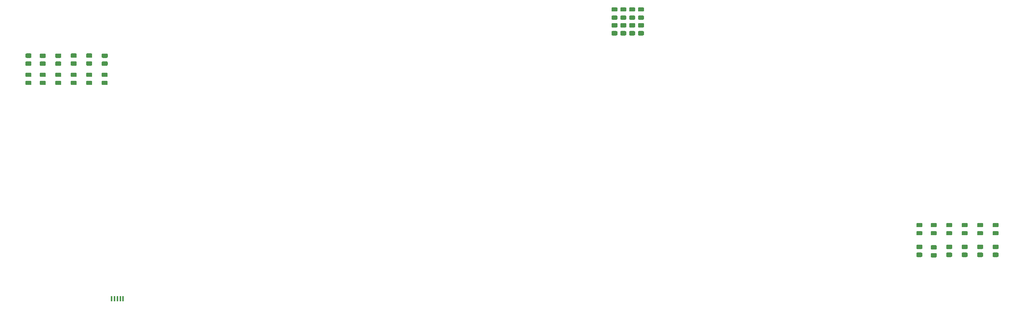
<source format=gbr>
%TF.GenerationSoftware,KiCad,Pcbnew,(5.1.10-1-10_14)*%
%TF.CreationDate,2021-08-24T01:17:35-04:00*%
%TF.ProjectId,breadboard-prototype-register,62726561-6462-46f6-9172-642d70726f74,rev?*%
%TF.SameCoordinates,Original*%
%TF.FileFunction,Paste,Top*%
%TF.FilePolarity,Positive*%
%FSLAX46Y46*%
G04 Gerber Fmt 4.6, Leading zero omitted, Abs format (unit mm)*
G04 Created by KiCad (PCBNEW (5.1.10-1-10_14)) date 2021-08-24 01:17:35*
%MOMM*%
%LPD*%
G01*
G04 APERTURE LIST*
%ADD10R,0.450000X1.300000*%
G04 APERTURE END LIST*
%TO.C,R16*%
G36*
G01*
X179381999Y-69234000D02*
X180282001Y-69234000D01*
G75*
G02*
X180532000Y-69483999I0J-249999D01*
G01*
X180532000Y-70009001D01*
G75*
G02*
X180282001Y-70259000I-249999J0D01*
G01*
X179381999Y-70259000D01*
G75*
G02*
X179132000Y-70009001I0J249999D01*
G01*
X179132000Y-69483999D01*
G75*
G02*
X179381999Y-69234000I249999J0D01*
G01*
G37*
G36*
G01*
X179381999Y-67409000D02*
X180282001Y-67409000D01*
G75*
G02*
X180532000Y-67658999I0J-249999D01*
G01*
X180532000Y-68184001D01*
G75*
G02*
X180282001Y-68434000I-249999J0D01*
G01*
X179381999Y-68434000D01*
G75*
G02*
X179132000Y-68184001I0J249999D01*
G01*
X179132000Y-67658999D01*
G75*
G02*
X179381999Y-67409000I249999J0D01*
G01*
G37*
%TD*%
%TO.C,R15*%
G36*
G01*
X177349999Y-69234000D02*
X178250001Y-69234000D01*
G75*
G02*
X178500000Y-69483999I0J-249999D01*
G01*
X178500000Y-70009001D01*
G75*
G02*
X178250001Y-70259000I-249999J0D01*
G01*
X177349999Y-70259000D01*
G75*
G02*
X177100000Y-70009001I0J249999D01*
G01*
X177100000Y-69483999D01*
G75*
G02*
X177349999Y-69234000I249999J0D01*
G01*
G37*
G36*
G01*
X177349999Y-67409000D02*
X178250001Y-67409000D01*
G75*
G02*
X178500000Y-67658999I0J-249999D01*
G01*
X178500000Y-68184001D01*
G75*
G02*
X178250001Y-68434000I-249999J0D01*
G01*
X177349999Y-68434000D01*
G75*
G02*
X177100000Y-68184001I0J249999D01*
G01*
X177100000Y-67658999D01*
G75*
G02*
X177349999Y-67409000I249999J0D01*
G01*
G37*
%TD*%
%TO.C,R8*%
G36*
G01*
X175317999Y-69234000D02*
X176218001Y-69234000D01*
G75*
G02*
X176468000Y-69483999I0J-249999D01*
G01*
X176468000Y-70009001D01*
G75*
G02*
X176218001Y-70259000I-249999J0D01*
G01*
X175317999Y-70259000D01*
G75*
G02*
X175068000Y-70009001I0J249999D01*
G01*
X175068000Y-69483999D01*
G75*
G02*
X175317999Y-69234000I249999J0D01*
G01*
G37*
G36*
G01*
X175317999Y-67409000D02*
X176218001Y-67409000D01*
G75*
G02*
X176468000Y-67658999I0J-249999D01*
G01*
X176468000Y-68184001D01*
G75*
G02*
X176218001Y-68434000I-249999J0D01*
G01*
X175317999Y-68434000D01*
G75*
G02*
X175068000Y-68184001I0J249999D01*
G01*
X175068000Y-67658999D01*
G75*
G02*
X175317999Y-67409000I249999J0D01*
G01*
G37*
%TD*%
%TO.C,R7*%
G36*
G01*
X173285999Y-69234000D02*
X174186001Y-69234000D01*
G75*
G02*
X174436000Y-69483999I0J-249999D01*
G01*
X174436000Y-70009001D01*
G75*
G02*
X174186001Y-70259000I-249999J0D01*
G01*
X173285999Y-70259000D01*
G75*
G02*
X173036000Y-70009001I0J249999D01*
G01*
X173036000Y-69483999D01*
G75*
G02*
X173285999Y-69234000I249999J0D01*
G01*
G37*
G36*
G01*
X173285999Y-67409000D02*
X174186001Y-67409000D01*
G75*
G02*
X174436000Y-67658999I0J-249999D01*
G01*
X174436000Y-68184001D01*
G75*
G02*
X174186001Y-68434000I-249999J0D01*
G01*
X173285999Y-68434000D01*
G75*
G02*
X173036000Y-68184001I0J249999D01*
G01*
X173036000Y-67658999D01*
G75*
G02*
X173285999Y-67409000I249999J0D01*
G01*
G37*
%TD*%
%TO.C,D16*%
G36*
G01*
X180288250Y-64749500D02*
X179375750Y-64749500D01*
G75*
G02*
X179132000Y-64505750I0J243750D01*
G01*
X179132000Y-64018250D01*
G75*
G02*
X179375750Y-63774500I243750J0D01*
G01*
X180288250Y-63774500D01*
G75*
G02*
X180532000Y-64018250I0J-243750D01*
G01*
X180532000Y-64505750D01*
G75*
G02*
X180288250Y-64749500I-243750J0D01*
G01*
G37*
G36*
G01*
X180288250Y-66624500D02*
X179375750Y-66624500D01*
G75*
G02*
X179132000Y-66380750I0J243750D01*
G01*
X179132000Y-65893250D01*
G75*
G02*
X179375750Y-65649500I243750J0D01*
G01*
X180288250Y-65649500D01*
G75*
G02*
X180532000Y-65893250I0J-243750D01*
G01*
X180532000Y-66380750D01*
G75*
G02*
X180288250Y-66624500I-243750J0D01*
G01*
G37*
%TD*%
%TO.C,D15*%
G36*
G01*
X178256250Y-64749500D02*
X177343750Y-64749500D01*
G75*
G02*
X177100000Y-64505750I0J243750D01*
G01*
X177100000Y-64018250D01*
G75*
G02*
X177343750Y-63774500I243750J0D01*
G01*
X178256250Y-63774500D01*
G75*
G02*
X178500000Y-64018250I0J-243750D01*
G01*
X178500000Y-64505750D01*
G75*
G02*
X178256250Y-64749500I-243750J0D01*
G01*
G37*
G36*
G01*
X178256250Y-66624500D02*
X177343750Y-66624500D01*
G75*
G02*
X177100000Y-66380750I0J243750D01*
G01*
X177100000Y-65893250D01*
G75*
G02*
X177343750Y-65649500I243750J0D01*
G01*
X178256250Y-65649500D01*
G75*
G02*
X178500000Y-65893250I0J-243750D01*
G01*
X178500000Y-66380750D01*
G75*
G02*
X178256250Y-66624500I-243750J0D01*
G01*
G37*
%TD*%
%TO.C,D14*%
G36*
G01*
X176224250Y-64749500D02*
X175311750Y-64749500D01*
G75*
G02*
X175068000Y-64505750I0J243750D01*
G01*
X175068000Y-64018250D01*
G75*
G02*
X175311750Y-63774500I243750J0D01*
G01*
X176224250Y-63774500D01*
G75*
G02*
X176468000Y-64018250I0J-243750D01*
G01*
X176468000Y-64505750D01*
G75*
G02*
X176224250Y-64749500I-243750J0D01*
G01*
G37*
G36*
G01*
X176224250Y-66624500D02*
X175311750Y-66624500D01*
G75*
G02*
X175068000Y-66380750I0J243750D01*
G01*
X175068000Y-65893250D01*
G75*
G02*
X175311750Y-65649500I243750J0D01*
G01*
X176224250Y-65649500D01*
G75*
G02*
X176468000Y-65893250I0J-243750D01*
G01*
X176468000Y-66380750D01*
G75*
G02*
X176224250Y-66624500I-243750J0D01*
G01*
G37*
%TD*%
%TO.C,D13*%
G36*
G01*
X174192250Y-64749500D02*
X173279750Y-64749500D01*
G75*
G02*
X173036000Y-64505750I0J243750D01*
G01*
X173036000Y-64018250D01*
G75*
G02*
X173279750Y-63774500I243750J0D01*
G01*
X174192250Y-63774500D01*
G75*
G02*
X174436000Y-64018250I0J-243750D01*
G01*
X174436000Y-64505750D01*
G75*
G02*
X174192250Y-64749500I-243750J0D01*
G01*
G37*
G36*
G01*
X174192250Y-66624500D02*
X173279750Y-66624500D01*
G75*
G02*
X173036000Y-66380750I0J243750D01*
G01*
X173036000Y-65893250D01*
G75*
G02*
X173279750Y-65649500I243750J0D01*
G01*
X174192250Y-65649500D01*
G75*
G02*
X174436000Y-65893250I0J-243750D01*
G01*
X174436000Y-66380750D01*
G75*
G02*
X174192250Y-66624500I-243750J0D01*
G01*
G37*
%TD*%
D10*
%TO.C,J4*%
X58136000Y-130942000D03*
X58786000Y-130942000D03*
X59436000Y-130942000D03*
X60086000Y-130942000D03*
X60736000Y-130942000D03*
%TD*%
%TO.C,D1*%
G36*
G01*
X38515750Y-78831000D02*
X39428250Y-78831000D01*
G75*
G02*
X39672000Y-79074750I0J-243750D01*
G01*
X39672000Y-79562250D01*
G75*
G02*
X39428250Y-79806000I-243750J0D01*
G01*
X38515750Y-79806000D01*
G75*
G02*
X38272000Y-79562250I0J243750D01*
G01*
X38272000Y-79074750D01*
G75*
G02*
X38515750Y-78831000I243750J0D01*
G01*
G37*
G36*
G01*
X38515750Y-80706000D02*
X39428250Y-80706000D01*
G75*
G02*
X39672000Y-80949750I0J-243750D01*
G01*
X39672000Y-81437250D01*
G75*
G02*
X39428250Y-81681000I-243750J0D01*
G01*
X38515750Y-81681000D01*
G75*
G02*
X38272000Y-81437250I0J243750D01*
G01*
X38272000Y-80949750D01*
G75*
G02*
X38515750Y-80706000I243750J0D01*
G01*
G37*
%TD*%
%TO.C,D2*%
G36*
G01*
X41817750Y-78831000D02*
X42730250Y-78831000D01*
G75*
G02*
X42974000Y-79074750I0J-243750D01*
G01*
X42974000Y-79562250D01*
G75*
G02*
X42730250Y-79806000I-243750J0D01*
G01*
X41817750Y-79806000D01*
G75*
G02*
X41574000Y-79562250I0J243750D01*
G01*
X41574000Y-79074750D01*
G75*
G02*
X41817750Y-78831000I243750J0D01*
G01*
G37*
G36*
G01*
X41817750Y-80706000D02*
X42730250Y-80706000D01*
G75*
G02*
X42974000Y-80949750I0J-243750D01*
G01*
X42974000Y-81437250D01*
G75*
G02*
X42730250Y-81681000I-243750J0D01*
G01*
X41817750Y-81681000D01*
G75*
G02*
X41574000Y-81437250I0J243750D01*
G01*
X41574000Y-80949750D01*
G75*
G02*
X41817750Y-80706000I243750J0D01*
G01*
G37*
%TD*%
%TO.C,D3*%
G36*
G01*
X45373750Y-78831000D02*
X46286250Y-78831000D01*
G75*
G02*
X46530000Y-79074750I0J-243750D01*
G01*
X46530000Y-79562250D01*
G75*
G02*
X46286250Y-79806000I-243750J0D01*
G01*
X45373750Y-79806000D01*
G75*
G02*
X45130000Y-79562250I0J243750D01*
G01*
X45130000Y-79074750D01*
G75*
G02*
X45373750Y-78831000I243750J0D01*
G01*
G37*
G36*
G01*
X45373750Y-80706000D02*
X46286250Y-80706000D01*
G75*
G02*
X46530000Y-80949750I0J-243750D01*
G01*
X46530000Y-81437250D01*
G75*
G02*
X46286250Y-81681000I-243750J0D01*
G01*
X45373750Y-81681000D01*
G75*
G02*
X45130000Y-81437250I0J243750D01*
G01*
X45130000Y-80949750D01*
G75*
G02*
X45373750Y-80706000I243750J0D01*
G01*
G37*
%TD*%
%TO.C,D4*%
G36*
G01*
X48929750Y-78831000D02*
X49842250Y-78831000D01*
G75*
G02*
X50086000Y-79074750I0J-243750D01*
G01*
X50086000Y-79562250D01*
G75*
G02*
X49842250Y-79806000I-243750J0D01*
G01*
X48929750Y-79806000D01*
G75*
G02*
X48686000Y-79562250I0J243750D01*
G01*
X48686000Y-79074750D01*
G75*
G02*
X48929750Y-78831000I243750J0D01*
G01*
G37*
G36*
G01*
X48929750Y-80706000D02*
X49842250Y-80706000D01*
G75*
G02*
X50086000Y-80949750I0J-243750D01*
G01*
X50086000Y-81437250D01*
G75*
G02*
X49842250Y-81681000I-243750J0D01*
G01*
X48929750Y-81681000D01*
G75*
G02*
X48686000Y-81437250I0J243750D01*
G01*
X48686000Y-80949750D01*
G75*
G02*
X48929750Y-80706000I243750J0D01*
G01*
G37*
%TD*%
%TO.C,D5*%
G36*
G01*
X52485750Y-78831000D02*
X53398250Y-78831000D01*
G75*
G02*
X53642000Y-79074750I0J-243750D01*
G01*
X53642000Y-79562250D01*
G75*
G02*
X53398250Y-79806000I-243750J0D01*
G01*
X52485750Y-79806000D01*
G75*
G02*
X52242000Y-79562250I0J243750D01*
G01*
X52242000Y-79074750D01*
G75*
G02*
X52485750Y-78831000I243750J0D01*
G01*
G37*
G36*
G01*
X52485750Y-80706000D02*
X53398250Y-80706000D01*
G75*
G02*
X53642000Y-80949750I0J-243750D01*
G01*
X53642000Y-81437250D01*
G75*
G02*
X53398250Y-81681000I-243750J0D01*
G01*
X52485750Y-81681000D01*
G75*
G02*
X52242000Y-81437250I0J243750D01*
G01*
X52242000Y-80949750D01*
G75*
G02*
X52485750Y-80706000I243750J0D01*
G01*
G37*
%TD*%
%TO.C,D6*%
G36*
G01*
X56041750Y-78831000D02*
X56954250Y-78831000D01*
G75*
G02*
X57198000Y-79074750I0J-243750D01*
G01*
X57198000Y-79562250D01*
G75*
G02*
X56954250Y-79806000I-243750J0D01*
G01*
X56041750Y-79806000D01*
G75*
G02*
X55798000Y-79562250I0J243750D01*
G01*
X55798000Y-79074750D01*
G75*
G02*
X56041750Y-78831000I243750J0D01*
G01*
G37*
G36*
G01*
X56041750Y-80706000D02*
X56954250Y-80706000D01*
G75*
G02*
X57198000Y-80949750I0J-243750D01*
G01*
X57198000Y-81437250D01*
G75*
G02*
X56954250Y-81681000I-243750J0D01*
G01*
X56041750Y-81681000D01*
G75*
G02*
X55798000Y-81437250I0J243750D01*
G01*
X55798000Y-80949750D01*
G75*
G02*
X56041750Y-80706000I243750J0D01*
G01*
G37*
%TD*%
%TO.C,R1*%
G36*
G01*
X39422002Y-77249000D02*
X38521998Y-77249000D01*
G75*
G02*
X38272000Y-76999002I0J249998D01*
G01*
X38272000Y-76473998D01*
G75*
G02*
X38521998Y-76224000I249998J0D01*
G01*
X39422002Y-76224000D01*
G75*
G02*
X39672000Y-76473998I0J-249998D01*
G01*
X39672000Y-76999002D01*
G75*
G02*
X39422002Y-77249000I-249998J0D01*
G01*
G37*
G36*
G01*
X39422002Y-75424000D02*
X38521998Y-75424000D01*
G75*
G02*
X38272000Y-75174002I0J249998D01*
G01*
X38272000Y-74648998D01*
G75*
G02*
X38521998Y-74399000I249998J0D01*
G01*
X39422002Y-74399000D01*
G75*
G02*
X39672000Y-74648998I0J-249998D01*
G01*
X39672000Y-75174002D01*
G75*
G02*
X39422002Y-75424000I-249998J0D01*
G01*
G37*
%TD*%
%TO.C,R2*%
G36*
G01*
X42716002Y-77269000D02*
X41815998Y-77269000D01*
G75*
G02*
X41566000Y-77019002I0J249998D01*
G01*
X41566000Y-76493998D01*
G75*
G02*
X41815998Y-76244000I249998J0D01*
G01*
X42716002Y-76244000D01*
G75*
G02*
X42966000Y-76493998I0J-249998D01*
G01*
X42966000Y-77019002D01*
G75*
G02*
X42716002Y-77269000I-249998J0D01*
G01*
G37*
G36*
G01*
X42716002Y-75444000D02*
X41815998Y-75444000D01*
G75*
G02*
X41566000Y-75194002I0J249998D01*
G01*
X41566000Y-74668998D01*
G75*
G02*
X41815998Y-74419000I249998J0D01*
G01*
X42716002Y-74419000D01*
G75*
G02*
X42966000Y-74668998I0J-249998D01*
G01*
X42966000Y-75194002D01*
G75*
G02*
X42716002Y-75444000I-249998J0D01*
G01*
G37*
%TD*%
%TO.C,R3*%
G36*
G01*
X46280002Y-77259500D02*
X45379998Y-77259500D01*
G75*
G02*
X45130000Y-77009502I0J249998D01*
G01*
X45130000Y-76484498D01*
G75*
G02*
X45379998Y-76234500I249998J0D01*
G01*
X46280002Y-76234500D01*
G75*
G02*
X46530000Y-76484498I0J-249998D01*
G01*
X46530000Y-77009502D01*
G75*
G02*
X46280002Y-77259500I-249998J0D01*
G01*
G37*
G36*
G01*
X46280002Y-75434500D02*
X45379998Y-75434500D01*
G75*
G02*
X45130000Y-75184502I0J249998D01*
G01*
X45130000Y-74659498D01*
G75*
G02*
X45379998Y-74409500I249998J0D01*
G01*
X46280002Y-74409500D01*
G75*
G02*
X46530000Y-74659498I0J-249998D01*
G01*
X46530000Y-75184502D01*
G75*
G02*
X46280002Y-75434500I-249998J0D01*
G01*
G37*
%TD*%
%TO.C,R4*%
G36*
G01*
X49836002Y-77239000D02*
X48935998Y-77239000D01*
G75*
G02*
X48686000Y-76989002I0J249998D01*
G01*
X48686000Y-76463998D01*
G75*
G02*
X48935998Y-76214000I249998J0D01*
G01*
X49836002Y-76214000D01*
G75*
G02*
X50086000Y-76463998I0J-249998D01*
G01*
X50086000Y-76989002D01*
G75*
G02*
X49836002Y-77239000I-249998J0D01*
G01*
G37*
G36*
G01*
X49836002Y-75414000D02*
X48935998Y-75414000D01*
G75*
G02*
X48686000Y-75164002I0J249998D01*
G01*
X48686000Y-74638998D01*
G75*
G02*
X48935998Y-74389000I249998J0D01*
G01*
X49836002Y-74389000D01*
G75*
G02*
X50086000Y-74638998I0J-249998D01*
G01*
X50086000Y-75164002D01*
G75*
G02*
X49836002Y-75414000I-249998J0D01*
G01*
G37*
%TD*%
%TO.C,R5*%
G36*
G01*
X53396002Y-77229000D02*
X52495998Y-77229000D01*
G75*
G02*
X52246000Y-76979002I0J249998D01*
G01*
X52246000Y-76453998D01*
G75*
G02*
X52495998Y-76204000I249998J0D01*
G01*
X53396002Y-76204000D01*
G75*
G02*
X53646000Y-76453998I0J-249998D01*
G01*
X53646000Y-76979002D01*
G75*
G02*
X53396002Y-77229000I-249998J0D01*
G01*
G37*
G36*
G01*
X53396002Y-75404000D02*
X52495998Y-75404000D01*
G75*
G02*
X52246000Y-75154002I0J249998D01*
G01*
X52246000Y-74628998D01*
G75*
G02*
X52495998Y-74379000I249998J0D01*
G01*
X53396002Y-74379000D01*
G75*
G02*
X53646000Y-74628998I0J-249998D01*
G01*
X53646000Y-75154002D01*
G75*
G02*
X53396002Y-75404000I-249998J0D01*
G01*
G37*
%TD*%
%TO.C,R6*%
G36*
G01*
X56956002Y-77256500D02*
X56055998Y-77256500D01*
G75*
G02*
X55806000Y-77006502I0J249998D01*
G01*
X55806000Y-76481498D01*
G75*
G02*
X56055998Y-76231500I249998J0D01*
G01*
X56956002Y-76231500D01*
G75*
G02*
X57206000Y-76481498I0J-249998D01*
G01*
X57206000Y-77006502D01*
G75*
G02*
X56956002Y-77256500I-249998J0D01*
G01*
G37*
G36*
G01*
X56956002Y-75431500D02*
X56055998Y-75431500D01*
G75*
G02*
X55806000Y-75181502I0J249998D01*
G01*
X55806000Y-74656498D01*
G75*
G02*
X56055998Y-74406500I249998J0D01*
G01*
X56956002Y-74406500D01*
G75*
G02*
X57206000Y-74656498I0J-249998D01*
G01*
X57206000Y-75181502D01*
G75*
G02*
X56956002Y-75431500I-249998J0D01*
G01*
G37*
%TD*%
%TO.C,D7*%
G36*
G01*
X244296250Y-116311500D02*
X243383750Y-116311500D01*
G75*
G02*
X243140000Y-116067750I0J243750D01*
G01*
X243140000Y-115580250D01*
G75*
G02*
X243383750Y-115336500I243750J0D01*
G01*
X244296250Y-115336500D01*
G75*
G02*
X244540000Y-115580250I0J-243750D01*
G01*
X244540000Y-116067750D01*
G75*
G02*
X244296250Y-116311500I-243750J0D01*
G01*
G37*
G36*
G01*
X244296250Y-114436500D02*
X243383750Y-114436500D01*
G75*
G02*
X243140000Y-114192750I0J243750D01*
G01*
X243140000Y-113705250D01*
G75*
G02*
X243383750Y-113461500I243750J0D01*
G01*
X244296250Y-113461500D01*
G75*
G02*
X244540000Y-113705250I0J-243750D01*
G01*
X244540000Y-114192750D01*
G75*
G02*
X244296250Y-114436500I-243750J0D01*
G01*
G37*
%TD*%
%TO.C,D8*%
G36*
G01*
X247598250Y-116311500D02*
X246685750Y-116311500D01*
G75*
G02*
X246442000Y-116067750I0J243750D01*
G01*
X246442000Y-115580250D01*
G75*
G02*
X246685750Y-115336500I243750J0D01*
G01*
X247598250Y-115336500D01*
G75*
G02*
X247842000Y-115580250I0J-243750D01*
G01*
X247842000Y-116067750D01*
G75*
G02*
X247598250Y-116311500I-243750J0D01*
G01*
G37*
G36*
G01*
X247598250Y-114436500D02*
X246685750Y-114436500D01*
G75*
G02*
X246442000Y-114192750I0J243750D01*
G01*
X246442000Y-113705250D01*
G75*
G02*
X246685750Y-113461500I243750J0D01*
G01*
X247598250Y-113461500D01*
G75*
G02*
X247842000Y-113705250I0J-243750D01*
G01*
X247842000Y-114192750D01*
G75*
G02*
X247598250Y-114436500I-243750J0D01*
G01*
G37*
%TD*%
%TO.C,D9*%
G36*
G01*
X251154250Y-116311500D02*
X250241750Y-116311500D01*
G75*
G02*
X249998000Y-116067750I0J243750D01*
G01*
X249998000Y-115580250D01*
G75*
G02*
X250241750Y-115336500I243750J0D01*
G01*
X251154250Y-115336500D01*
G75*
G02*
X251398000Y-115580250I0J-243750D01*
G01*
X251398000Y-116067750D01*
G75*
G02*
X251154250Y-116311500I-243750J0D01*
G01*
G37*
G36*
G01*
X251154250Y-114436500D02*
X250241750Y-114436500D01*
G75*
G02*
X249998000Y-114192750I0J243750D01*
G01*
X249998000Y-113705250D01*
G75*
G02*
X250241750Y-113461500I243750J0D01*
G01*
X251154250Y-113461500D01*
G75*
G02*
X251398000Y-113705250I0J-243750D01*
G01*
X251398000Y-114192750D01*
G75*
G02*
X251154250Y-114436500I-243750J0D01*
G01*
G37*
%TD*%
%TO.C,D10*%
G36*
G01*
X254710250Y-116311500D02*
X253797750Y-116311500D01*
G75*
G02*
X253554000Y-116067750I0J243750D01*
G01*
X253554000Y-115580250D01*
G75*
G02*
X253797750Y-115336500I243750J0D01*
G01*
X254710250Y-115336500D01*
G75*
G02*
X254954000Y-115580250I0J-243750D01*
G01*
X254954000Y-116067750D01*
G75*
G02*
X254710250Y-116311500I-243750J0D01*
G01*
G37*
G36*
G01*
X254710250Y-114436500D02*
X253797750Y-114436500D01*
G75*
G02*
X253554000Y-114192750I0J243750D01*
G01*
X253554000Y-113705250D01*
G75*
G02*
X253797750Y-113461500I243750J0D01*
G01*
X254710250Y-113461500D01*
G75*
G02*
X254954000Y-113705250I0J-243750D01*
G01*
X254954000Y-114192750D01*
G75*
G02*
X254710250Y-114436500I-243750J0D01*
G01*
G37*
%TD*%
%TO.C,D11*%
G36*
G01*
X258266250Y-116311500D02*
X257353750Y-116311500D01*
G75*
G02*
X257110000Y-116067750I0J243750D01*
G01*
X257110000Y-115580250D01*
G75*
G02*
X257353750Y-115336500I243750J0D01*
G01*
X258266250Y-115336500D01*
G75*
G02*
X258510000Y-115580250I0J-243750D01*
G01*
X258510000Y-116067750D01*
G75*
G02*
X258266250Y-116311500I-243750J0D01*
G01*
G37*
G36*
G01*
X258266250Y-114436500D02*
X257353750Y-114436500D01*
G75*
G02*
X257110000Y-114192750I0J243750D01*
G01*
X257110000Y-113705250D01*
G75*
G02*
X257353750Y-113461500I243750J0D01*
G01*
X258266250Y-113461500D01*
G75*
G02*
X258510000Y-113705250I0J-243750D01*
G01*
X258510000Y-114192750D01*
G75*
G02*
X258266250Y-114436500I-243750J0D01*
G01*
G37*
%TD*%
%TO.C,D12*%
G36*
G01*
X261822250Y-116311500D02*
X260909750Y-116311500D01*
G75*
G02*
X260666000Y-116067750I0J243750D01*
G01*
X260666000Y-115580250D01*
G75*
G02*
X260909750Y-115336500I243750J0D01*
G01*
X261822250Y-115336500D01*
G75*
G02*
X262066000Y-115580250I0J-243750D01*
G01*
X262066000Y-116067750D01*
G75*
G02*
X261822250Y-116311500I-243750J0D01*
G01*
G37*
G36*
G01*
X261822250Y-114436500D02*
X260909750Y-114436500D01*
G75*
G02*
X260666000Y-114192750I0J243750D01*
G01*
X260666000Y-113705250D01*
G75*
G02*
X260909750Y-113461500I243750J0D01*
G01*
X261822250Y-113461500D01*
G75*
G02*
X262066000Y-113705250I0J-243750D01*
G01*
X262066000Y-114192750D01*
G75*
G02*
X261822250Y-114436500I-243750J0D01*
G01*
G37*
%TD*%
%TO.C,R9*%
G36*
G01*
X243389998Y-118463000D02*
X244290002Y-118463000D01*
G75*
G02*
X244540000Y-118712998I0J-249998D01*
G01*
X244540000Y-119238002D01*
G75*
G02*
X244290002Y-119488000I-249998J0D01*
G01*
X243389998Y-119488000D01*
G75*
G02*
X243140000Y-119238002I0J249998D01*
G01*
X243140000Y-118712998D01*
G75*
G02*
X243389998Y-118463000I249998J0D01*
G01*
G37*
G36*
G01*
X243389998Y-120288000D02*
X244290002Y-120288000D01*
G75*
G02*
X244540000Y-120537998I0J-249998D01*
G01*
X244540000Y-121063002D01*
G75*
G02*
X244290002Y-121313000I-249998J0D01*
G01*
X243389998Y-121313000D01*
G75*
G02*
X243140000Y-121063002I0J249998D01*
G01*
X243140000Y-120537998D01*
G75*
G02*
X243389998Y-120288000I249998J0D01*
G01*
G37*
%TD*%
%TO.C,R10*%
G36*
G01*
X246691998Y-118566500D02*
X247592002Y-118566500D01*
G75*
G02*
X247842000Y-118816498I0J-249998D01*
G01*
X247842000Y-119341502D01*
G75*
G02*
X247592002Y-119591500I-249998J0D01*
G01*
X246691998Y-119591500D01*
G75*
G02*
X246442000Y-119341502I0J249998D01*
G01*
X246442000Y-118816498D01*
G75*
G02*
X246691998Y-118566500I249998J0D01*
G01*
G37*
G36*
G01*
X246691998Y-120391500D02*
X247592002Y-120391500D01*
G75*
G02*
X247842000Y-120641498I0J-249998D01*
G01*
X247842000Y-121166502D01*
G75*
G02*
X247592002Y-121416500I-249998J0D01*
G01*
X246691998Y-121416500D01*
G75*
G02*
X246442000Y-121166502I0J249998D01*
G01*
X246442000Y-120641498D01*
G75*
G02*
X246691998Y-120391500I249998J0D01*
G01*
G37*
%TD*%
%TO.C,R11*%
G36*
G01*
X250247998Y-118463000D02*
X251148002Y-118463000D01*
G75*
G02*
X251398000Y-118712998I0J-249998D01*
G01*
X251398000Y-119238002D01*
G75*
G02*
X251148002Y-119488000I-249998J0D01*
G01*
X250247998Y-119488000D01*
G75*
G02*
X249998000Y-119238002I0J249998D01*
G01*
X249998000Y-118712998D01*
G75*
G02*
X250247998Y-118463000I249998J0D01*
G01*
G37*
G36*
G01*
X250247998Y-120288000D02*
X251148002Y-120288000D01*
G75*
G02*
X251398000Y-120537998I0J-249998D01*
G01*
X251398000Y-121063002D01*
G75*
G02*
X251148002Y-121313000I-249998J0D01*
G01*
X250247998Y-121313000D01*
G75*
G02*
X249998000Y-121063002I0J249998D01*
G01*
X249998000Y-120537998D01*
G75*
G02*
X250247998Y-120288000I249998J0D01*
G01*
G37*
%TD*%
%TO.C,R12*%
G36*
G01*
X253803998Y-118463000D02*
X254704002Y-118463000D01*
G75*
G02*
X254954000Y-118712998I0J-249998D01*
G01*
X254954000Y-119238002D01*
G75*
G02*
X254704002Y-119488000I-249998J0D01*
G01*
X253803998Y-119488000D01*
G75*
G02*
X253554000Y-119238002I0J249998D01*
G01*
X253554000Y-118712998D01*
G75*
G02*
X253803998Y-118463000I249998J0D01*
G01*
G37*
G36*
G01*
X253803998Y-120288000D02*
X254704002Y-120288000D01*
G75*
G02*
X254954000Y-120537998I0J-249998D01*
G01*
X254954000Y-121063002D01*
G75*
G02*
X254704002Y-121313000I-249998J0D01*
G01*
X253803998Y-121313000D01*
G75*
G02*
X253554000Y-121063002I0J249998D01*
G01*
X253554000Y-120537998D01*
G75*
G02*
X253803998Y-120288000I249998J0D01*
G01*
G37*
%TD*%
%TO.C,R13*%
G36*
G01*
X257359998Y-118463000D02*
X258260002Y-118463000D01*
G75*
G02*
X258510000Y-118712998I0J-249998D01*
G01*
X258510000Y-119238002D01*
G75*
G02*
X258260002Y-119488000I-249998J0D01*
G01*
X257359998Y-119488000D01*
G75*
G02*
X257110000Y-119238002I0J249998D01*
G01*
X257110000Y-118712998D01*
G75*
G02*
X257359998Y-118463000I249998J0D01*
G01*
G37*
G36*
G01*
X257359998Y-120288000D02*
X258260002Y-120288000D01*
G75*
G02*
X258510000Y-120537998I0J-249998D01*
G01*
X258510000Y-121063002D01*
G75*
G02*
X258260002Y-121313000I-249998J0D01*
G01*
X257359998Y-121313000D01*
G75*
G02*
X257110000Y-121063002I0J249998D01*
G01*
X257110000Y-120537998D01*
G75*
G02*
X257359998Y-120288000I249998J0D01*
G01*
G37*
%TD*%
%TO.C,R14*%
G36*
G01*
X260915998Y-118463000D02*
X261816002Y-118463000D01*
G75*
G02*
X262066000Y-118712998I0J-249998D01*
G01*
X262066000Y-119238002D01*
G75*
G02*
X261816002Y-119488000I-249998J0D01*
G01*
X260915998Y-119488000D01*
G75*
G02*
X260666000Y-119238002I0J249998D01*
G01*
X260666000Y-118712998D01*
G75*
G02*
X260915998Y-118463000I249998J0D01*
G01*
G37*
G36*
G01*
X260915998Y-120288000D02*
X261816002Y-120288000D01*
G75*
G02*
X262066000Y-120537998I0J-249998D01*
G01*
X262066000Y-121063002D01*
G75*
G02*
X261816002Y-121313000I-249998J0D01*
G01*
X260915998Y-121313000D01*
G75*
G02*
X260666000Y-121063002I0J249998D01*
G01*
X260666000Y-120537998D01*
G75*
G02*
X260915998Y-120288000I249998J0D01*
G01*
G37*
%TD*%
M02*

</source>
